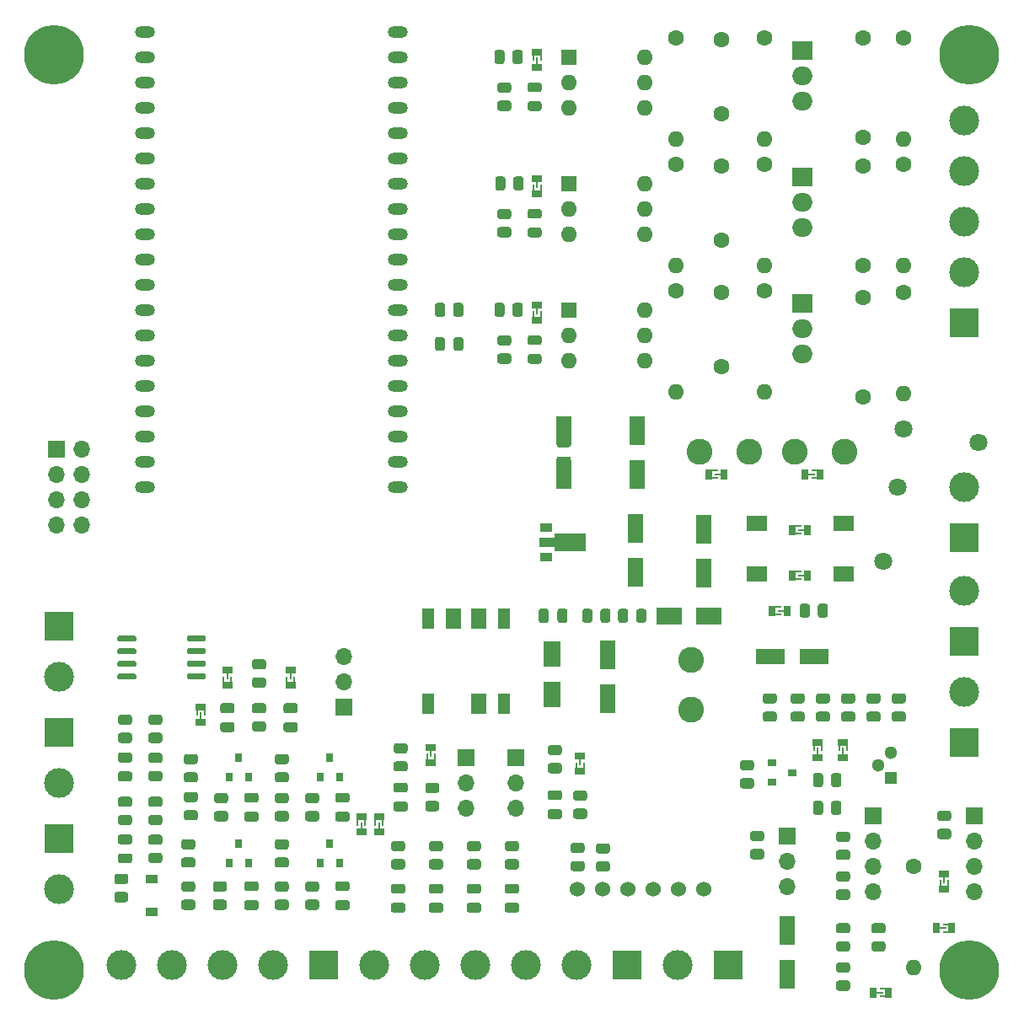
<source format=gts>
G04 #@! TF.GenerationSoftware,KiCad,Pcbnew,5.1.9-73d0e3b20d~88~ubuntu20.04.1*
G04 #@! TF.CreationDate,2021-03-10T20:51:34-03:00*
G04 #@! TF.ProjectId,std_board,7374645f-626f-4617-9264-2e6b69636164,rev?*
G04 #@! TF.SameCoordinates,Original*
G04 #@! TF.FileFunction,Soldermask,Top*
G04 #@! TF.FilePolarity,Negative*
%FSLAX46Y46*%
G04 Gerber Fmt 4.6, Leading zero omitted, Abs format (unit mm)*
G04 Created by KiCad (PCBNEW 5.1.9-73d0e3b20d~88~ubuntu20.04.1) date 2021-03-10 20:51:34*
%MOMM*%
%LPD*%
G01*
G04 APERTURE LIST*
%ADD10O,2.000000X1.200000*%
%ADD11O,1.600000X1.600000*%
%ADD12C,1.600000*%
%ADD13C,2.600000*%
%ADD14C,1.524000*%
%ADD15R,1.600200X2.999740*%
%ADD16R,1.600000X1.600000*%
%ADD17C,6.000000*%
%ADD18R,0.200000X1.000000*%
%ADD19R,0.254000X1.000000*%
%ADD20R,1.016000X0.762000*%
%ADD21C,1.800000*%
%ADD22O,1.700000X1.700000*%
%ADD23R,1.700000X1.700000*%
%ADD24C,0.100000*%
%ADD25R,1.300000X0.900000*%
%ADD26R,1.000000X0.200000*%
%ADD27R,1.000000X0.254000*%
%ADD28R,0.762000X1.016000*%
%ADD29R,1.200000X0.900000*%
%ADD30R,0.800000X0.900000*%
%ADD31O,2.000000X1.905000*%
%ADD32R,2.000000X1.905000*%
%ADD33R,1.300000X1.300000*%
%ADD34C,1.300000*%
%ADD35R,0.900000X0.800000*%
%ADD36R,2.000000X1.500000*%
%ADD37C,3.000000*%
%ADD38R,3.000000X3.000000*%
%ADD39R,2.999740X1.600200*%
%ADD40R,2.500000X1.800000*%
%ADD41R,1.800000X2.500000*%
%ADD42R,1.170000X2.000000*%
%ADD43R,1.520000X2.000000*%
G04 APERTURE END LIST*
D10*
X12700000Y-45720000D03*
X38100000Y-45720000D03*
X12700000Y-43180000D03*
X38100000Y-43180000D03*
X12700000Y-40640000D03*
X38100000Y-40640000D03*
X12700000Y-38100000D03*
X38100000Y-38100000D03*
X12700000Y-35560000D03*
X38100000Y-35560000D03*
X12700000Y-33020000D03*
X38100000Y-33020000D03*
X12700000Y-30480000D03*
X38100000Y-30480000D03*
X12700000Y-27940000D03*
X38100000Y-27940000D03*
X12700000Y-25400000D03*
X38100000Y-25400000D03*
X12700000Y-22860000D03*
X38100000Y-22860000D03*
X12700000Y-20320000D03*
X38100000Y-20320000D03*
X12700000Y-17780000D03*
X38100000Y-17780000D03*
X12700000Y-15240000D03*
X38100000Y-15240000D03*
X12700000Y-12700000D03*
X38100000Y-12700000D03*
X12700000Y-10160000D03*
X38100000Y-10160000D03*
X12700000Y-7620000D03*
X38100000Y-7620000D03*
X12700000Y-5080000D03*
X38100000Y-5080000D03*
X12700000Y-2540000D03*
X38100000Y-2540000D03*
X12700000Y0D03*
X38100000Y0D03*
D11*
X89916000Y-93980000D03*
D12*
X89916000Y-83820000D03*
G36*
G01*
X92513999Y-80077500D02*
X93414001Y-80077500D01*
G75*
G02*
X93664000Y-80327499I0J-249999D01*
G01*
X93664000Y-80852501D01*
G75*
G02*
X93414001Y-81102500I-249999J0D01*
G01*
X92513999Y-81102500D01*
G75*
G02*
X92264000Y-80852501I0J249999D01*
G01*
X92264000Y-80327499D01*
G75*
G02*
X92513999Y-80077500I249999J0D01*
G01*
G37*
G36*
G01*
X92513999Y-78252500D02*
X93414001Y-78252500D01*
G75*
G02*
X93664000Y-78502499I0J-249999D01*
G01*
X93664000Y-79027501D01*
G75*
G02*
X93414001Y-79277500I-249999J0D01*
G01*
X92513999Y-79277500D01*
G75*
G02*
X92264000Y-79027501I0J249999D01*
G01*
X92264000Y-78502499D01*
G75*
G02*
X92513999Y-78252500I249999J0D01*
G01*
G37*
D13*
X77978000Y-42164000D03*
X82978000Y-42164000D03*
D14*
X61976000Y-54610000D03*
X61976000Y-49530000D03*
D15*
X61976000Y-54269640D03*
X61976000Y-49870360D03*
D11*
X66040000Y-10795000D03*
D12*
X66040000Y-635000D03*
D11*
X62865000Y-2540000D03*
X55245000Y-7620000D03*
X62865000Y-5080000D03*
X55245000Y-5080000D03*
X62865000Y-7620000D03*
D16*
X55245000Y-2540000D03*
G36*
G01*
X16901000Y-61110000D02*
X16901000Y-60810000D01*
G75*
G02*
X17051000Y-60660000I150000J0D01*
G01*
X18651000Y-60660000D01*
G75*
G02*
X18801000Y-60810000I0J-150000D01*
G01*
X18801000Y-61110000D01*
G75*
G02*
X18651000Y-61260000I-150000J0D01*
G01*
X17051000Y-61260000D01*
G75*
G02*
X16901000Y-61110000I0J150000D01*
G01*
G37*
G36*
G01*
X16901000Y-62380000D02*
X16901000Y-62080000D01*
G75*
G02*
X17051000Y-61930000I150000J0D01*
G01*
X18651000Y-61930000D01*
G75*
G02*
X18801000Y-62080000I0J-150000D01*
G01*
X18801000Y-62380000D01*
G75*
G02*
X18651000Y-62530000I-150000J0D01*
G01*
X17051000Y-62530000D01*
G75*
G02*
X16901000Y-62380000I0J150000D01*
G01*
G37*
G36*
G01*
X16901000Y-63650000D02*
X16901000Y-63350000D01*
G75*
G02*
X17051000Y-63200000I150000J0D01*
G01*
X18651000Y-63200000D01*
G75*
G02*
X18801000Y-63350000I0J-150000D01*
G01*
X18801000Y-63650000D01*
G75*
G02*
X18651000Y-63800000I-150000J0D01*
G01*
X17051000Y-63800000D01*
G75*
G02*
X16901000Y-63650000I0J150000D01*
G01*
G37*
G36*
G01*
X16901000Y-64920000D02*
X16901000Y-64620000D01*
G75*
G02*
X17051000Y-64470000I150000J0D01*
G01*
X18651000Y-64470000D01*
G75*
G02*
X18801000Y-64620000I0J-150000D01*
G01*
X18801000Y-64920000D01*
G75*
G02*
X18651000Y-65070000I-150000J0D01*
G01*
X17051000Y-65070000D01*
G75*
G02*
X16901000Y-64920000I0J150000D01*
G01*
G37*
G36*
G01*
X9901000Y-64920000D02*
X9901000Y-64620000D01*
G75*
G02*
X10051000Y-64470000I150000J0D01*
G01*
X11651000Y-64470000D01*
G75*
G02*
X11801000Y-64620000I0J-150000D01*
G01*
X11801000Y-64920000D01*
G75*
G02*
X11651000Y-65070000I-150000J0D01*
G01*
X10051000Y-65070000D01*
G75*
G02*
X9901000Y-64920000I0J150000D01*
G01*
G37*
G36*
G01*
X9901000Y-63650000D02*
X9901000Y-63350000D01*
G75*
G02*
X10051000Y-63200000I150000J0D01*
G01*
X11651000Y-63200000D01*
G75*
G02*
X11801000Y-63350000I0J-150000D01*
G01*
X11801000Y-63650000D01*
G75*
G02*
X11651000Y-63800000I-150000J0D01*
G01*
X10051000Y-63800000D01*
G75*
G02*
X9901000Y-63650000I0J150000D01*
G01*
G37*
G36*
G01*
X9901000Y-62380000D02*
X9901000Y-62080000D01*
G75*
G02*
X10051000Y-61930000I150000J0D01*
G01*
X11651000Y-61930000D01*
G75*
G02*
X11801000Y-62080000I0J-150000D01*
G01*
X11801000Y-62380000D01*
G75*
G02*
X11651000Y-62530000I-150000J0D01*
G01*
X10051000Y-62530000D01*
G75*
G02*
X9901000Y-62380000I0J150000D01*
G01*
G37*
G36*
G01*
X9901000Y-61110000D02*
X9901000Y-60810000D01*
G75*
G02*
X10051000Y-60660000I150000J0D01*
G01*
X11651000Y-60660000D01*
G75*
G02*
X11801000Y-60810000I0J-150000D01*
G01*
X11801000Y-61110000D01*
G75*
G02*
X11651000Y-61260000I-150000J0D01*
G01*
X10051000Y-61260000D01*
G75*
G02*
X9901000Y-61110000I0J150000D01*
G01*
G37*
G36*
G01*
X49055000Y-87493500D02*
X50005000Y-87493500D01*
G75*
G02*
X50255000Y-87743500I0J-250000D01*
G01*
X50255000Y-88243500D01*
G75*
G02*
X50005000Y-88493500I-250000J0D01*
G01*
X49055000Y-88493500D01*
G75*
G02*
X48805000Y-88243500I0J250000D01*
G01*
X48805000Y-87743500D01*
G75*
G02*
X49055000Y-87493500I250000J0D01*
G01*
G37*
G36*
G01*
X49055000Y-85593500D02*
X50005000Y-85593500D01*
G75*
G02*
X50255000Y-85843500I0J-250000D01*
G01*
X50255000Y-86343500D01*
G75*
G02*
X50005000Y-86593500I-250000J0D01*
G01*
X49055000Y-86593500D01*
G75*
G02*
X48805000Y-86343500I0J250000D01*
G01*
X48805000Y-85843500D01*
G75*
G02*
X49055000Y-85593500I250000J0D01*
G01*
G37*
D11*
X88900000Y-23495000D03*
D12*
X88900000Y-13335000D03*
D11*
X88900000Y-36322000D03*
D12*
X88900000Y-26162000D03*
G36*
G01*
X51359750Y-6975500D02*
X52272250Y-6975500D01*
G75*
G02*
X52516000Y-7219250I0J-243750D01*
G01*
X52516000Y-7706750D01*
G75*
G02*
X52272250Y-7950500I-243750J0D01*
G01*
X51359750Y-7950500D01*
G75*
G02*
X51116000Y-7706750I0J243750D01*
G01*
X51116000Y-7219250D01*
G75*
G02*
X51359750Y-6975500I243750J0D01*
G01*
G37*
G36*
G01*
X51359750Y-5100500D02*
X52272250Y-5100500D01*
G75*
G02*
X52516000Y-5344250I0J-243750D01*
G01*
X52516000Y-5831750D01*
G75*
G02*
X52272250Y-6075500I-243750J0D01*
G01*
X51359750Y-6075500D01*
G75*
G02*
X51116000Y-5831750I0J243750D01*
G01*
X51116000Y-5344250D01*
G75*
G02*
X51359750Y-5100500I243750J0D01*
G01*
G37*
G36*
G01*
X86810001Y-90580500D02*
X85909999Y-90580500D01*
G75*
G02*
X85660000Y-90330501I0J249999D01*
G01*
X85660000Y-89805499D01*
G75*
G02*
X85909999Y-89555500I249999J0D01*
G01*
X86810001Y-89555500D01*
G75*
G02*
X87060000Y-89805499I0J-249999D01*
G01*
X87060000Y-90330501D01*
G75*
G02*
X86810001Y-90580500I-249999J0D01*
G01*
G37*
G36*
G01*
X86810001Y-92405500D02*
X85909999Y-92405500D01*
G75*
G02*
X85660000Y-92155501I0J249999D01*
G01*
X85660000Y-91630499D01*
G75*
G02*
X85909999Y-91380500I249999J0D01*
G01*
X86810001Y-91380500D01*
G75*
G02*
X87060000Y-91630499I0J-249999D01*
G01*
X87060000Y-92155501D01*
G75*
G02*
X86810001Y-92405500I-249999J0D01*
G01*
G37*
D17*
X3556000Y-94234000D03*
X3556000Y-2286000D03*
G36*
G01*
X41435000Y-87493500D02*
X42385000Y-87493500D01*
G75*
G02*
X42635000Y-87743500I0J-250000D01*
G01*
X42635000Y-88243500D01*
G75*
G02*
X42385000Y-88493500I-250000J0D01*
G01*
X41435000Y-88493500D01*
G75*
G02*
X41185000Y-88243500I0J250000D01*
G01*
X41185000Y-87743500D01*
G75*
G02*
X41435000Y-87493500I250000J0D01*
G01*
G37*
G36*
G01*
X41435000Y-85593500D02*
X42385000Y-85593500D01*
G75*
G02*
X42635000Y-85843500I0J-250000D01*
G01*
X42635000Y-86343500D01*
G75*
G02*
X42385000Y-86593500I-250000J0D01*
G01*
X41435000Y-86593500D01*
G75*
G02*
X41185000Y-86343500I0J250000D01*
G01*
X41185000Y-85843500D01*
G75*
G02*
X41435000Y-85593500I250000J0D01*
G01*
G37*
G36*
G01*
X45245000Y-87493500D02*
X46195000Y-87493500D01*
G75*
G02*
X46445000Y-87743500I0J-250000D01*
G01*
X46445000Y-88243500D01*
G75*
G02*
X46195000Y-88493500I-250000J0D01*
G01*
X45245000Y-88493500D01*
G75*
G02*
X44995000Y-88243500I0J250000D01*
G01*
X44995000Y-87743500D01*
G75*
G02*
X45245000Y-87493500I250000J0D01*
G01*
G37*
G36*
G01*
X45245000Y-85593500D02*
X46195000Y-85593500D01*
G75*
G02*
X46445000Y-85843500I0J-250000D01*
G01*
X46445000Y-86343500D01*
G75*
G02*
X46195000Y-86593500I-250000J0D01*
G01*
X45245000Y-86593500D01*
G75*
G02*
X44995000Y-86343500I0J250000D01*
G01*
X44995000Y-85843500D01*
G75*
G02*
X45245000Y-85593500I250000J0D01*
G01*
G37*
G36*
G01*
X32987000Y-86339500D02*
X32037000Y-86339500D01*
G75*
G02*
X31787000Y-86089500I0J250000D01*
G01*
X31787000Y-85589500D01*
G75*
G02*
X32037000Y-85339500I250000J0D01*
G01*
X32987000Y-85339500D01*
G75*
G02*
X33237000Y-85589500I0J-250000D01*
G01*
X33237000Y-86089500D01*
G75*
G02*
X32987000Y-86339500I-250000J0D01*
G01*
G37*
G36*
G01*
X32987000Y-88239500D02*
X32037000Y-88239500D01*
G75*
G02*
X31787000Y-87989500I0J250000D01*
G01*
X31787000Y-87489500D01*
G75*
G02*
X32037000Y-87239500I250000J0D01*
G01*
X32987000Y-87239500D01*
G75*
G02*
X33237000Y-87489500I0J-250000D01*
G01*
X33237000Y-87989500D01*
G75*
G02*
X32987000Y-88239500I-250000J0D01*
G01*
G37*
G36*
G01*
X26830000Y-69362500D02*
X27780000Y-69362500D01*
G75*
G02*
X28030000Y-69612500I0J-250000D01*
G01*
X28030000Y-70112500D01*
G75*
G02*
X27780000Y-70362500I-250000J0D01*
G01*
X26830000Y-70362500D01*
G75*
G02*
X26580000Y-70112500I0J250000D01*
G01*
X26580000Y-69612500D01*
G75*
G02*
X26830000Y-69362500I250000J0D01*
G01*
G37*
G36*
G01*
X26830000Y-67462500D02*
X27780000Y-67462500D01*
G75*
G02*
X28030000Y-67712500I0J-250000D01*
G01*
X28030000Y-68212500D01*
G75*
G02*
X27780000Y-68462500I-250000J0D01*
G01*
X26830000Y-68462500D01*
G75*
G02*
X26580000Y-68212500I0J250000D01*
G01*
X26580000Y-67712500D01*
G75*
G02*
X26830000Y-67462500I250000J0D01*
G01*
G37*
D18*
X52070000Y-3111500D03*
D19*
X52451000Y-2413000D03*
D20*
X52070000Y-2032000D03*
D19*
X51689000Y-2413000D03*
D20*
X52070000Y-3556000D03*
D18*
X52070000Y-27876500D03*
D19*
X51689000Y-28575000D03*
D20*
X52070000Y-28956000D03*
D19*
X52451000Y-28575000D03*
D20*
X52070000Y-27432000D03*
D18*
X52070000Y-15176500D03*
D19*
X51689000Y-15875000D03*
D20*
X52070000Y-16256000D03*
D19*
X52451000Y-15875000D03*
D20*
X52070000Y-14732000D03*
D18*
X41402000Y-72326500D03*
D19*
X41021000Y-73025000D03*
D20*
X41402000Y-73406000D03*
D19*
X41783000Y-73025000D03*
D20*
X41402000Y-71882000D03*
G36*
G01*
X49676000Y-15690001D02*
X49676000Y-14789999D01*
G75*
G02*
X49925999Y-14540000I249999J0D01*
G01*
X50451001Y-14540000D01*
G75*
G02*
X50701000Y-14789999I0J-249999D01*
G01*
X50701000Y-15690001D01*
G75*
G02*
X50451001Y-15940000I-249999J0D01*
G01*
X49925999Y-15940000D01*
G75*
G02*
X49676000Y-15690001I0J249999D01*
G01*
G37*
G36*
G01*
X47851000Y-15690001D02*
X47851000Y-14789999D01*
G75*
G02*
X48100999Y-14540000I249999J0D01*
G01*
X48626001Y-14540000D01*
G75*
G02*
X48876000Y-14789999I0J-249999D01*
G01*
X48876000Y-15690001D01*
G75*
G02*
X48626001Y-15940000I-249999J0D01*
G01*
X48100999Y-15940000D01*
G75*
G02*
X47851000Y-15690001I0J249999D01*
G01*
G37*
G36*
G01*
X16567999Y-82950000D02*
X17468001Y-82950000D01*
G75*
G02*
X17718000Y-83199999I0J-249999D01*
G01*
X17718000Y-83725001D01*
G75*
G02*
X17468001Y-83975000I-249999J0D01*
G01*
X16567999Y-83975000D01*
G75*
G02*
X16318000Y-83725001I0J249999D01*
G01*
X16318000Y-83199999D01*
G75*
G02*
X16567999Y-82950000I249999J0D01*
G01*
G37*
G36*
G01*
X16567999Y-81125000D02*
X17468001Y-81125000D01*
G75*
G02*
X17718000Y-81374999I0J-249999D01*
G01*
X17718000Y-81900001D01*
G75*
G02*
X17468001Y-82150000I-249999J0D01*
G01*
X16567999Y-82150000D01*
G75*
G02*
X16318000Y-81900001I0J249999D01*
G01*
X16318000Y-81374999D01*
G75*
G02*
X16567999Y-81125000I249999J0D01*
G01*
G37*
G36*
G01*
X16821999Y-74392500D02*
X17722001Y-74392500D01*
G75*
G02*
X17972000Y-74642499I0J-249999D01*
G01*
X17972000Y-75167501D01*
G75*
G02*
X17722001Y-75417500I-249999J0D01*
G01*
X16821999Y-75417500D01*
G75*
G02*
X16572000Y-75167501I0J249999D01*
G01*
X16572000Y-74642499D01*
G75*
G02*
X16821999Y-74392500I249999J0D01*
G01*
G37*
G36*
G01*
X16821999Y-72567500D02*
X17722001Y-72567500D01*
G75*
G02*
X17972000Y-72817499I0J-249999D01*
G01*
X17972000Y-73342501D01*
G75*
G02*
X17722001Y-73592500I-249999J0D01*
G01*
X16821999Y-73592500D01*
G75*
G02*
X16572000Y-73342501I0J249999D01*
G01*
X16572000Y-72817499D01*
G75*
G02*
X16821999Y-72567500I249999J0D01*
G01*
G37*
G36*
G01*
X20770001Y-77499500D02*
X19869999Y-77499500D01*
G75*
G02*
X19620000Y-77249501I0J249999D01*
G01*
X19620000Y-76724499D01*
G75*
G02*
X19869999Y-76474500I249999J0D01*
G01*
X20770001Y-76474500D01*
G75*
G02*
X21020000Y-76724499I0J-249999D01*
G01*
X21020000Y-77249501D01*
G75*
G02*
X20770001Y-77499500I-249999J0D01*
G01*
G37*
G36*
G01*
X20770001Y-79324500D02*
X19869999Y-79324500D01*
G75*
G02*
X19620000Y-79074501I0J249999D01*
G01*
X19620000Y-78549499D01*
G75*
G02*
X19869999Y-78299500I249999J0D01*
G01*
X20770001Y-78299500D01*
G75*
G02*
X21020000Y-78549499I0J-249999D01*
G01*
X21020000Y-79074501D01*
G75*
G02*
X20770001Y-79324500I-249999J0D01*
G01*
G37*
G36*
G01*
X20643001Y-86389500D02*
X19742999Y-86389500D01*
G75*
G02*
X19493000Y-86139501I0J249999D01*
G01*
X19493000Y-85614499D01*
G75*
G02*
X19742999Y-85364500I249999J0D01*
G01*
X20643001Y-85364500D01*
G75*
G02*
X20893000Y-85614499I0J-249999D01*
G01*
X20893000Y-86139501D01*
G75*
G02*
X20643001Y-86389500I-249999J0D01*
G01*
G37*
G36*
G01*
X20643001Y-88214500D02*
X19742999Y-88214500D01*
G75*
G02*
X19493000Y-87964501I0J249999D01*
G01*
X19493000Y-87439499D01*
G75*
G02*
X19742999Y-87189500I249999J0D01*
G01*
X20643001Y-87189500D01*
G75*
G02*
X20893000Y-87439499I0J-249999D01*
G01*
X20893000Y-87964501D01*
G75*
G02*
X20643001Y-88214500I-249999J0D01*
G01*
G37*
G36*
G01*
X17722001Y-77402500D02*
X16821999Y-77402500D01*
G75*
G02*
X16572000Y-77152501I0J249999D01*
G01*
X16572000Y-76627499D01*
G75*
G02*
X16821999Y-76377500I249999J0D01*
G01*
X17722001Y-76377500D01*
G75*
G02*
X17972000Y-76627499I0J-249999D01*
G01*
X17972000Y-77152501D01*
G75*
G02*
X17722001Y-77402500I-249999J0D01*
G01*
G37*
G36*
G01*
X17722001Y-79227500D02*
X16821999Y-79227500D01*
G75*
G02*
X16572000Y-78977501I0J249999D01*
G01*
X16572000Y-78452499D01*
G75*
G02*
X16821999Y-78202500I249999J0D01*
G01*
X17722001Y-78202500D01*
G75*
G02*
X17972000Y-78452499I0J-249999D01*
G01*
X17972000Y-78977501D01*
G75*
G02*
X17722001Y-79227500I-249999J0D01*
G01*
G37*
G36*
G01*
X26866001Y-82150000D02*
X25965999Y-82150000D01*
G75*
G02*
X25716000Y-81900001I0J249999D01*
G01*
X25716000Y-81374999D01*
G75*
G02*
X25965999Y-81125000I249999J0D01*
G01*
X26866001Y-81125000D01*
G75*
G02*
X27116000Y-81374999I0J-249999D01*
G01*
X27116000Y-81900001D01*
G75*
G02*
X26866001Y-82150000I-249999J0D01*
G01*
G37*
G36*
G01*
X26866001Y-83975000D02*
X25965999Y-83975000D01*
G75*
G02*
X25716000Y-83725001I0J249999D01*
G01*
X25716000Y-83199999D01*
G75*
G02*
X25965999Y-82950000I249999J0D01*
G01*
X26866001Y-82950000D01*
G75*
G02*
X27116000Y-83199999I0J-249999D01*
G01*
X27116000Y-83725001D01*
G75*
G02*
X26866001Y-83975000I-249999J0D01*
G01*
G37*
G36*
G01*
X26866001Y-73592500D02*
X25965999Y-73592500D01*
G75*
G02*
X25716000Y-73342501I0J249999D01*
G01*
X25716000Y-72817499D01*
G75*
G02*
X25965999Y-72567500I249999J0D01*
G01*
X26866001Y-72567500D01*
G75*
G02*
X27116000Y-72817499I0J-249999D01*
G01*
X27116000Y-73342501D01*
G75*
G02*
X26866001Y-73592500I-249999J0D01*
G01*
G37*
G36*
G01*
X26866001Y-75417500D02*
X25965999Y-75417500D01*
G75*
G02*
X25716000Y-75167501I0J249999D01*
G01*
X25716000Y-74642499D01*
G75*
G02*
X25965999Y-74392500I249999J0D01*
G01*
X26866001Y-74392500D01*
G75*
G02*
X27116000Y-74642499I0J-249999D01*
G01*
X27116000Y-75167501D01*
G75*
G02*
X26866001Y-75417500I-249999J0D01*
G01*
G37*
G36*
G01*
X37903999Y-73298000D02*
X38804001Y-73298000D01*
G75*
G02*
X39054000Y-73547999I0J-249999D01*
G01*
X39054000Y-74073001D01*
G75*
G02*
X38804001Y-74323000I-249999J0D01*
G01*
X37903999Y-74323000D01*
G75*
G02*
X37654000Y-74073001I0J249999D01*
G01*
X37654000Y-73547999D01*
G75*
G02*
X37903999Y-73298000I249999J0D01*
G01*
G37*
G36*
G01*
X37903999Y-71473000D02*
X38804001Y-71473000D01*
G75*
G02*
X39054000Y-71722999I0J-249999D01*
G01*
X39054000Y-72248001D01*
G75*
G02*
X38804001Y-72498000I-249999J0D01*
G01*
X37903999Y-72498000D01*
G75*
G02*
X37654000Y-72248001I0J249999D01*
G01*
X37654000Y-71722999D01*
G75*
G02*
X37903999Y-71473000I249999J0D01*
G01*
G37*
G36*
G01*
X26866001Y-86389500D02*
X25965999Y-86389500D01*
G75*
G02*
X25716000Y-86139501I0J249999D01*
G01*
X25716000Y-85614499D01*
G75*
G02*
X25965999Y-85364500I249999J0D01*
G01*
X26866001Y-85364500D01*
G75*
G02*
X27116000Y-85614499I0J-249999D01*
G01*
X27116000Y-86139501D01*
G75*
G02*
X26866001Y-86389500I-249999J0D01*
G01*
G37*
G36*
G01*
X26866001Y-88214500D02*
X25965999Y-88214500D01*
G75*
G02*
X25716000Y-87964501I0J249999D01*
G01*
X25716000Y-87439499D01*
G75*
G02*
X25965999Y-87189500I249999J0D01*
G01*
X26866001Y-87189500D01*
G75*
G02*
X27116000Y-87439499I0J-249999D01*
G01*
X27116000Y-87964501D01*
G75*
G02*
X26866001Y-88214500I-249999J0D01*
G01*
G37*
G36*
G01*
X29914001Y-77499500D02*
X29013999Y-77499500D01*
G75*
G02*
X28764000Y-77249501I0J249999D01*
G01*
X28764000Y-76724499D01*
G75*
G02*
X29013999Y-76474500I249999J0D01*
G01*
X29914001Y-76474500D01*
G75*
G02*
X30164000Y-76724499I0J-249999D01*
G01*
X30164000Y-77249501D01*
G75*
G02*
X29914001Y-77499500I-249999J0D01*
G01*
G37*
G36*
G01*
X29914001Y-79324500D02*
X29013999Y-79324500D01*
G75*
G02*
X28764000Y-79074501I0J249999D01*
G01*
X28764000Y-78549499D01*
G75*
G02*
X29013999Y-78299500I249999J0D01*
G01*
X29914001Y-78299500D01*
G75*
G02*
X30164000Y-78549499I0J-249999D01*
G01*
X30164000Y-79074501D01*
G75*
G02*
X29914001Y-79324500I-249999J0D01*
G01*
G37*
G36*
G01*
X29914001Y-86389500D02*
X29013999Y-86389500D01*
G75*
G02*
X28764000Y-86139501I0J249999D01*
G01*
X28764000Y-85614499D01*
G75*
G02*
X29013999Y-85364500I249999J0D01*
G01*
X29914001Y-85364500D01*
G75*
G02*
X30164000Y-85614499I0J-249999D01*
G01*
X30164000Y-86139501D01*
G75*
G02*
X29914001Y-86389500I-249999J0D01*
G01*
G37*
G36*
G01*
X29914001Y-88214500D02*
X29013999Y-88214500D01*
G75*
G02*
X28764000Y-87964501I0J249999D01*
G01*
X28764000Y-87439499D01*
G75*
G02*
X29013999Y-87189500I249999J0D01*
G01*
X29914001Y-87189500D01*
G75*
G02*
X30164000Y-87439499I0J-249999D01*
G01*
X30164000Y-87964501D01*
G75*
G02*
X29914001Y-88214500I-249999J0D01*
G01*
G37*
G36*
G01*
X26866001Y-77499500D02*
X25965999Y-77499500D01*
G75*
G02*
X25716000Y-77249501I0J249999D01*
G01*
X25716000Y-76724499D01*
G75*
G02*
X25965999Y-76474500I249999J0D01*
G01*
X26866001Y-76474500D01*
G75*
G02*
X27116000Y-76724499I0J-249999D01*
G01*
X27116000Y-77249501D01*
G75*
G02*
X26866001Y-77499500I-249999J0D01*
G01*
G37*
G36*
G01*
X26866001Y-79324500D02*
X25965999Y-79324500D01*
G75*
G02*
X25716000Y-79074501I0J249999D01*
G01*
X25716000Y-78549499D01*
G75*
G02*
X25965999Y-78299500I249999J0D01*
G01*
X26866001Y-78299500D01*
G75*
G02*
X27116000Y-78549499I0J-249999D01*
G01*
X27116000Y-79074501D01*
G75*
G02*
X26866001Y-79324500I-249999J0D01*
G01*
G37*
G36*
G01*
X41078999Y-77283500D02*
X41979001Y-77283500D01*
G75*
G02*
X42229000Y-77533499I0J-249999D01*
G01*
X42229000Y-78058501D01*
G75*
G02*
X41979001Y-78308500I-249999J0D01*
G01*
X41078999Y-78308500D01*
G75*
G02*
X40829000Y-78058501I0J249999D01*
G01*
X40829000Y-77533499D01*
G75*
G02*
X41078999Y-77283500I249999J0D01*
G01*
G37*
G36*
G01*
X41078999Y-75458500D02*
X41979001Y-75458500D01*
G75*
G02*
X42229000Y-75708499I0J-249999D01*
G01*
X42229000Y-76233501D01*
G75*
G02*
X41979001Y-76483500I-249999J0D01*
G01*
X41078999Y-76483500D01*
G75*
G02*
X40829000Y-76233501I0J249999D01*
G01*
X40829000Y-75708499D01*
G75*
G02*
X41078999Y-75458500I249999J0D01*
G01*
G37*
G36*
G01*
X10217999Y-78680500D02*
X11118001Y-78680500D01*
G75*
G02*
X11368000Y-78930499I0J-249999D01*
G01*
X11368000Y-79455501D01*
G75*
G02*
X11118001Y-79705500I-249999J0D01*
G01*
X10217999Y-79705500D01*
G75*
G02*
X9968000Y-79455501I0J249999D01*
G01*
X9968000Y-78930499D01*
G75*
G02*
X10217999Y-78680500I249999J0D01*
G01*
G37*
G36*
G01*
X10217999Y-76855500D02*
X11118001Y-76855500D01*
G75*
G02*
X11368000Y-77105499I0J-249999D01*
G01*
X11368000Y-77630501D01*
G75*
G02*
X11118001Y-77880500I-249999J0D01*
G01*
X10217999Y-77880500D01*
G75*
G02*
X9968000Y-77630501I0J249999D01*
G01*
X9968000Y-77105499D01*
G75*
G02*
X10217999Y-76855500I249999J0D01*
G01*
G37*
D21*
X96400000Y-41278000D03*
X88900000Y-39878000D03*
X88265000Y-45720000D03*
X86865000Y-53220000D03*
D11*
X62865000Y-27940000D03*
X55245000Y-33020000D03*
X62865000Y-30480000D03*
X55245000Y-30480000D03*
X62865000Y-33020000D03*
D16*
X55245000Y-27940000D03*
D11*
X62865000Y-15240000D03*
X55245000Y-20320000D03*
X62865000Y-17780000D03*
X55245000Y-17780000D03*
X62865000Y-20320000D03*
D16*
X55245000Y-15240000D03*
G36*
G01*
X45269999Y-83125500D02*
X46170001Y-83125500D01*
G75*
G02*
X46420000Y-83375499I0J-249999D01*
G01*
X46420000Y-83900501D01*
G75*
G02*
X46170001Y-84150500I-249999J0D01*
G01*
X45269999Y-84150500D01*
G75*
G02*
X45020000Y-83900501I0J249999D01*
G01*
X45020000Y-83375499D01*
G75*
G02*
X45269999Y-83125500I249999J0D01*
G01*
G37*
G36*
G01*
X45269999Y-81300500D02*
X46170001Y-81300500D01*
G75*
G02*
X46420000Y-81550499I0J-249999D01*
G01*
X46420000Y-82075501D01*
G75*
G02*
X46170001Y-82325500I-249999J0D01*
G01*
X45269999Y-82325500D01*
G75*
G02*
X45020000Y-82075501I0J249999D01*
G01*
X45020000Y-81550499D01*
G75*
G02*
X45269999Y-81300500I249999J0D01*
G01*
G37*
G36*
G01*
X51359750Y-19675500D02*
X52272250Y-19675500D01*
G75*
G02*
X52516000Y-19919250I0J-243750D01*
G01*
X52516000Y-20406750D01*
G75*
G02*
X52272250Y-20650500I-243750J0D01*
G01*
X51359750Y-20650500D01*
G75*
G02*
X51116000Y-20406750I0J243750D01*
G01*
X51116000Y-19919250D01*
G75*
G02*
X51359750Y-19675500I243750J0D01*
G01*
G37*
G36*
G01*
X51359750Y-17800500D02*
X52272250Y-17800500D01*
G75*
G02*
X52516000Y-18044250I0J-243750D01*
G01*
X52516000Y-18531750D01*
G75*
G02*
X52272250Y-18775500I-243750J0D01*
G01*
X51359750Y-18775500D01*
G75*
G02*
X51116000Y-18531750I0J243750D01*
G01*
X51116000Y-18044250D01*
G75*
G02*
X51359750Y-17800500I243750J0D01*
G01*
G37*
G36*
G01*
X42778500Y-30912750D02*
X42778500Y-31825250D01*
G75*
G02*
X42534750Y-32069000I-243750J0D01*
G01*
X42047250Y-32069000D01*
G75*
G02*
X41803500Y-31825250I0J243750D01*
G01*
X41803500Y-30912750D01*
G75*
G02*
X42047250Y-30669000I243750J0D01*
G01*
X42534750Y-30669000D01*
G75*
G02*
X42778500Y-30912750I0J-243750D01*
G01*
G37*
G36*
G01*
X44653500Y-30912750D02*
X44653500Y-31825250D01*
G75*
G02*
X44409750Y-32069000I-243750J0D01*
G01*
X43922250Y-32069000D01*
G75*
G02*
X43678500Y-31825250I0J243750D01*
G01*
X43678500Y-30912750D01*
G75*
G02*
X43922250Y-30669000I243750J0D01*
G01*
X44409750Y-30669000D01*
G75*
G02*
X44653500Y-30912750I0J-243750D01*
G01*
G37*
G36*
G01*
X13265999Y-82490500D02*
X14166001Y-82490500D01*
G75*
G02*
X14416000Y-82740499I0J-249999D01*
G01*
X14416000Y-83265501D01*
G75*
G02*
X14166001Y-83515500I-249999J0D01*
G01*
X13265999Y-83515500D01*
G75*
G02*
X13016000Y-83265501I0J249999D01*
G01*
X13016000Y-82740499D01*
G75*
G02*
X13265999Y-82490500I249999J0D01*
G01*
G37*
G36*
G01*
X13265999Y-80665500D02*
X14166001Y-80665500D01*
G75*
G02*
X14416000Y-80915499I0J-249999D01*
G01*
X14416000Y-81440501D01*
G75*
G02*
X14166001Y-81690500I-249999J0D01*
G01*
X13265999Y-81690500D01*
G75*
G02*
X13016000Y-81440501I0J249999D01*
G01*
X13016000Y-80915499D01*
G75*
G02*
X13265999Y-80665500I249999J0D01*
G01*
G37*
G36*
G01*
X23843000Y-86339500D02*
X22893000Y-86339500D01*
G75*
G02*
X22643000Y-86089500I0J250000D01*
G01*
X22643000Y-85589500D01*
G75*
G02*
X22893000Y-85339500I250000J0D01*
G01*
X23843000Y-85339500D01*
G75*
G02*
X24093000Y-85589500I0J-250000D01*
G01*
X24093000Y-86089500D01*
G75*
G02*
X23843000Y-86339500I-250000J0D01*
G01*
G37*
G36*
G01*
X23843000Y-88239500D02*
X22893000Y-88239500D01*
G75*
G02*
X22643000Y-87989500I0J250000D01*
G01*
X22643000Y-87489500D01*
G75*
G02*
X22893000Y-87239500I250000J0D01*
G01*
X23843000Y-87239500D01*
G75*
G02*
X24093000Y-87489500I0J-250000D01*
G01*
X24093000Y-87989500D01*
G75*
G02*
X23843000Y-88239500I-250000J0D01*
G01*
G37*
G36*
G01*
X20480000Y-69362500D02*
X21430000Y-69362500D01*
G75*
G02*
X21680000Y-69612500I0J-250000D01*
G01*
X21680000Y-70112500D01*
G75*
G02*
X21430000Y-70362500I-250000J0D01*
G01*
X20480000Y-70362500D01*
G75*
G02*
X20230000Y-70112500I0J250000D01*
G01*
X20230000Y-69612500D01*
G75*
G02*
X20480000Y-69362500I250000J0D01*
G01*
G37*
G36*
G01*
X20480000Y-67462500D02*
X21430000Y-67462500D01*
G75*
G02*
X21680000Y-67712500I0J-250000D01*
G01*
X21680000Y-68212500D01*
G75*
G02*
X21430000Y-68462500I-250000J0D01*
G01*
X20480000Y-68462500D01*
G75*
G02*
X20230000Y-68212500I0J250000D01*
G01*
X20230000Y-67712500D01*
G75*
G02*
X20480000Y-67462500I250000J0D01*
G01*
G37*
G36*
G01*
X49597500Y-28390001D02*
X49597500Y-27489999D01*
G75*
G02*
X49847499Y-27240000I249999J0D01*
G01*
X50372501Y-27240000D01*
G75*
G02*
X50622500Y-27489999I0J-249999D01*
G01*
X50622500Y-28390001D01*
G75*
G02*
X50372501Y-28640000I-249999J0D01*
G01*
X49847499Y-28640000D01*
G75*
G02*
X49597500Y-28390001I0J249999D01*
G01*
G37*
G36*
G01*
X47772500Y-28390001D02*
X47772500Y-27489999D01*
G75*
G02*
X48022499Y-27240000I249999J0D01*
G01*
X48547501Y-27240000D01*
G75*
G02*
X48797500Y-27489999I0J-249999D01*
G01*
X48797500Y-28390001D01*
G75*
G02*
X48547501Y-28640000I-249999J0D01*
G01*
X48022499Y-28640000D01*
G75*
G02*
X47772500Y-28390001I0J249999D01*
G01*
G37*
G36*
G01*
X41459999Y-83125500D02*
X42360001Y-83125500D01*
G75*
G02*
X42610000Y-83375499I0J-249999D01*
G01*
X42610000Y-83900501D01*
G75*
G02*
X42360001Y-84150500I-249999J0D01*
G01*
X41459999Y-84150500D01*
G75*
G02*
X41210000Y-83900501I0J249999D01*
G01*
X41210000Y-83375499D01*
G75*
G02*
X41459999Y-83125500I249999J0D01*
G01*
G37*
G36*
G01*
X41459999Y-81300500D02*
X42360001Y-81300500D01*
G75*
G02*
X42610000Y-81550499I0J-249999D01*
G01*
X42610000Y-82075501D01*
G75*
G02*
X42360001Y-82325500I-249999J0D01*
G01*
X41459999Y-82325500D01*
G75*
G02*
X41210000Y-82075501I0J249999D01*
G01*
X41210000Y-81550499D01*
G75*
G02*
X41459999Y-81300500I249999J0D01*
G01*
G37*
G36*
G01*
X10217999Y-70425500D02*
X11118001Y-70425500D01*
G75*
G02*
X11368000Y-70675499I0J-249999D01*
G01*
X11368000Y-71200501D01*
G75*
G02*
X11118001Y-71450500I-249999J0D01*
G01*
X10217999Y-71450500D01*
G75*
G02*
X9968000Y-71200501I0J249999D01*
G01*
X9968000Y-70675499D01*
G75*
G02*
X10217999Y-70425500I249999J0D01*
G01*
G37*
G36*
G01*
X10217999Y-68600500D02*
X11118001Y-68600500D01*
G75*
G02*
X11368000Y-68850499I0J-249999D01*
G01*
X11368000Y-69375501D01*
G75*
G02*
X11118001Y-69625500I-249999J0D01*
G01*
X10217999Y-69625500D01*
G75*
G02*
X9968000Y-69375501I0J249999D01*
G01*
X9968000Y-68850499D01*
G75*
G02*
X10217999Y-68600500I249999J0D01*
G01*
G37*
G36*
G01*
X13265999Y-70425500D02*
X14166001Y-70425500D01*
G75*
G02*
X14416000Y-70675499I0J-249999D01*
G01*
X14416000Y-71200501D01*
G75*
G02*
X14166001Y-71450500I-249999J0D01*
G01*
X13265999Y-71450500D01*
G75*
G02*
X13016000Y-71200501I0J249999D01*
G01*
X13016000Y-70675499D01*
G75*
G02*
X13265999Y-70425500I249999J0D01*
G01*
G37*
G36*
G01*
X13265999Y-68600500D02*
X14166001Y-68600500D01*
G75*
G02*
X14416000Y-68850499I0J-249999D01*
G01*
X14416000Y-69375501D01*
G75*
G02*
X14166001Y-69625500I-249999J0D01*
G01*
X13265999Y-69625500D01*
G75*
G02*
X13016000Y-69375501I0J249999D01*
G01*
X13016000Y-68850499D01*
G75*
G02*
X13265999Y-68600500I249999J0D01*
G01*
G37*
G36*
G01*
X23679999Y-69282500D02*
X24580001Y-69282500D01*
G75*
G02*
X24830000Y-69532499I0J-249999D01*
G01*
X24830000Y-70057501D01*
G75*
G02*
X24580001Y-70307500I-249999J0D01*
G01*
X23679999Y-70307500D01*
G75*
G02*
X23430000Y-70057501I0J249999D01*
G01*
X23430000Y-69532499D01*
G75*
G02*
X23679999Y-69282500I249999J0D01*
G01*
G37*
G36*
G01*
X23679999Y-67457500D02*
X24580001Y-67457500D01*
G75*
G02*
X24830000Y-67707499I0J-249999D01*
G01*
X24830000Y-68232501D01*
G75*
G02*
X24580001Y-68482500I-249999J0D01*
G01*
X23679999Y-68482500D01*
G75*
G02*
X23430000Y-68232501I0J249999D01*
G01*
X23430000Y-67707499D01*
G75*
G02*
X23679999Y-67457500I249999J0D01*
G01*
G37*
G36*
G01*
X37625000Y-87493500D02*
X38575000Y-87493500D01*
G75*
G02*
X38825000Y-87743500I0J-250000D01*
G01*
X38825000Y-88243500D01*
G75*
G02*
X38575000Y-88493500I-250000J0D01*
G01*
X37625000Y-88493500D01*
G75*
G02*
X37375000Y-88243500I0J250000D01*
G01*
X37375000Y-87743500D01*
G75*
G02*
X37625000Y-87493500I250000J0D01*
G01*
G37*
G36*
G01*
X37625000Y-85593500D02*
X38575000Y-85593500D01*
G75*
G02*
X38825000Y-85843500I0J-250000D01*
G01*
X38825000Y-86343500D01*
G75*
G02*
X38575000Y-86593500I-250000J0D01*
G01*
X37625000Y-86593500D01*
G75*
G02*
X37375000Y-86343500I0J250000D01*
G01*
X37375000Y-85843500D01*
G75*
G02*
X37625000Y-85593500I250000J0D01*
G01*
G37*
G36*
G01*
X23843000Y-77449500D02*
X22893000Y-77449500D01*
G75*
G02*
X22643000Y-77199500I0J250000D01*
G01*
X22643000Y-76699500D01*
G75*
G02*
X22893000Y-76449500I250000J0D01*
G01*
X23843000Y-76449500D01*
G75*
G02*
X24093000Y-76699500I0J-250000D01*
G01*
X24093000Y-77199500D01*
G75*
G02*
X23843000Y-77449500I-250000J0D01*
G01*
G37*
G36*
G01*
X23843000Y-79349500D02*
X22893000Y-79349500D01*
G75*
G02*
X22643000Y-79099500I0J250000D01*
G01*
X22643000Y-78599500D01*
G75*
G02*
X22893000Y-78349500I250000J0D01*
G01*
X23843000Y-78349500D01*
G75*
G02*
X24093000Y-78599500I0J-250000D01*
G01*
X24093000Y-79099500D01*
G75*
G02*
X23843000Y-79349500I-250000J0D01*
G01*
G37*
G36*
G01*
X32987000Y-77449500D02*
X32037000Y-77449500D01*
G75*
G02*
X31787000Y-77199500I0J250000D01*
G01*
X31787000Y-76699500D01*
G75*
G02*
X32037000Y-76449500I250000J0D01*
G01*
X32987000Y-76449500D01*
G75*
G02*
X33237000Y-76699500I0J-250000D01*
G01*
X33237000Y-77199500D01*
G75*
G02*
X32987000Y-77449500I-250000J0D01*
G01*
G37*
G36*
G01*
X32987000Y-79349500D02*
X32037000Y-79349500D01*
G75*
G02*
X31787000Y-79099500I0J250000D01*
G01*
X31787000Y-78599500D01*
G75*
G02*
X32037000Y-78349500I250000J0D01*
G01*
X32987000Y-78349500D01*
G75*
G02*
X33237000Y-78599500I0J-250000D01*
G01*
X33237000Y-79099500D01*
G75*
G02*
X32987000Y-79349500I-250000J0D01*
G01*
G37*
G36*
G01*
X37879000Y-77333500D02*
X38829000Y-77333500D01*
G75*
G02*
X39079000Y-77583500I0J-250000D01*
G01*
X39079000Y-78083500D01*
G75*
G02*
X38829000Y-78333500I-250000J0D01*
G01*
X37879000Y-78333500D01*
G75*
G02*
X37629000Y-78083500I0J250000D01*
G01*
X37629000Y-77583500D01*
G75*
G02*
X37879000Y-77333500I250000J0D01*
G01*
G37*
G36*
G01*
X37879000Y-75433500D02*
X38829000Y-75433500D01*
G75*
G02*
X39079000Y-75683500I0J-250000D01*
G01*
X39079000Y-76183500D01*
G75*
G02*
X38829000Y-76433500I-250000J0D01*
G01*
X37879000Y-76433500D01*
G75*
G02*
X37629000Y-76183500I0J250000D01*
G01*
X37629000Y-75683500D01*
G75*
G02*
X37879000Y-75433500I250000J0D01*
G01*
G37*
G36*
G01*
X51359750Y-32375500D02*
X52272250Y-32375500D01*
G75*
G02*
X52516000Y-32619250I0J-243750D01*
G01*
X52516000Y-33106750D01*
G75*
G02*
X52272250Y-33350500I-243750J0D01*
G01*
X51359750Y-33350500D01*
G75*
G02*
X51116000Y-33106750I0J243750D01*
G01*
X51116000Y-32619250D01*
G75*
G02*
X51359750Y-32375500I243750J0D01*
G01*
G37*
G36*
G01*
X51359750Y-30500500D02*
X52272250Y-30500500D01*
G75*
G02*
X52516000Y-30744250I0J-243750D01*
G01*
X52516000Y-31231750D01*
G75*
G02*
X52272250Y-31475500I-243750J0D01*
G01*
X51359750Y-31475500D01*
G75*
G02*
X51116000Y-31231750I0J243750D01*
G01*
X51116000Y-30744250D01*
G75*
G02*
X51359750Y-30500500I243750J0D01*
G01*
G37*
G36*
G01*
X49597500Y-2990001D02*
X49597500Y-2089999D01*
G75*
G02*
X49847499Y-1840000I249999J0D01*
G01*
X50372501Y-1840000D01*
G75*
G02*
X50622500Y-2089999I0J-249999D01*
G01*
X50622500Y-2990001D01*
G75*
G02*
X50372501Y-3240000I-249999J0D01*
G01*
X49847499Y-3240000D01*
G75*
G02*
X49597500Y-2990001I0J249999D01*
G01*
G37*
G36*
G01*
X47772500Y-2990001D02*
X47772500Y-2089999D01*
G75*
G02*
X48022499Y-1840000I249999J0D01*
G01*
X48547501Y-1840000D01*
G75*
G02*
X48797500Y-2089999I0J-249999D01*
G01*
X48797500Y-2990001D01*
G75*
G02*
X48547501Y-3240000I-249999J0D01*
G01*
X48022499Y-3240000D01*
G75*
G02*
X47772500Y-2990001I0J249999D01*
G01*
G37*
G36*
G01*
X48317999Y-32325500D02*
X49218001Y-32325500D01*
G75*
G02*
X49468000Y-32575499I0J-249999D01*
G01*
X49468000Y-33100501D01*
G75*
G02*
X49218001Y-33350500I-249999J0D01*
G01*
X48317999Y-33350500D01*
G75*
G02*
X48068000Y-33100501I0J249999D01*
G01*
X48068000Y-32575499D01*
G75*
G02*
X48317999Y-32325500I249999J0D01*
G01*
G37*
G36*
G01*
X48317999Y-30500500D02*
X49218001Y-30500500D01*
G75*
G02*
X49468000Y-30750499I0J-249999D01*
G01*
X49468000Y-31275501D01*
G75*
G02*
X49218001Y-31525500I-249999J0D01*
G01*
X48317999Y-31525500D01*
G75*
G02*
X48068000Y-31275501I0J249999D01*
G01*
X48068000Y-30750499D01*
G75*
G02*
X48317999Y-30500500I249999J0D01*
G01*
G37*
G36*
G01*
X48317999Y-19625500D02*
X49218001Y-19625500D01*
G75*
G02*
X49468000Y-19875499I0J-249999D01*
G01*
X49468000Y-20400501D01*
G75*
G02*
X49218001Y-20650500I-249999J0D01*
G01*
X48317999Y-20650500D01*
G75*
G02*
X48068000Y-20400501I0J249999D01*
G01*
X48068000Y-19875499D01*
G75*
G02*
X48317999Y-19625500I249999J0D01*
G01*
G37*
G36*
G01*
X48317999Y-17800500D02*
X49218001Y-17800500D01*
G75*
G02*
X49468000Y-18050499I0J-249999D01*
G01*
X49468000Y-18575501D01*
G75*
G02*
X49218001Y-18825500I-249999J0D01*
G01*
X48317999Y-18825500D01*
G75*
G02*
X48068000Y-18575501I0J249999D01*
G01*
X48068000Y-18050499D01*
G75*
G02*
X48317999Y-17800500I249999J0D01*
G01*
G37*
G36*
G01*
X37649999Y-83125500D02*
X38550001Y-83125500D01*
G75*
G02*
X38800000Y-83375499I0J-249999D01*
G01*
X38800000Y-83900501D01*
G75*
G02*
X38550001Y-84150500I-249999J0D01*
G01*
X37649999Y-84150500D01*
G75*
G02*
X37400000Y-83900501I0J249999D01*
G01*
X37400000Y-83375499D01*
G75*
G02*
X37649999Y-83125500I249999J0D01*
G01*
G37*
G36*
G01*
X37649999Y-81300500D02*
X38550001Y-81300500D01*
G75*
G02*
X38800000Y-81550499I0J-249999D01*
G01*
X38800000Y-82075501D01*
G75*
G02*
X38550001Y-82325500I-249999J0D01*
G01*
X37649999Y-82325500D01*
G75*
G02*
X37400000Y-82075501I0J249999D01*
G01*
X37400000Y-81550499D01*
G75*
G02*
X37649999Y-81300500I249999J0D01*
G01*
G37*
G36*
G01*
X49079999Y-83125500D02*
X49980001Y-83125500D01*
G75*
G02*
X50230000Y-83375499I0J-249999D01*
G01*
X50230000Y-83900501D01*
G75*
G02*
X49980001Y-84150500I-249999J0D01*
G01*
X49079999Y-84150500D01*
G75*
G02*
X48830000Y-83900501I0J249999D01*
G01*
X48830000Y-83375499D01*
G75*
G02*
X49079999Y-83125500I249999J0D01*
G01*
G37*
G36*
G01*
X49079999Y-81300500D02*
X49980001Y-81300500D01*
G75*
G02*
X50230000Y-81550499I0J-249999D01*
G01*
X50230000Y-82075501D01*
G75*
G02*
X49980001Y-82325500I-249999J0D01*
G01*
X49079999Y-82325500D01*
G75*
G02*
X48830000Y-82075501I0J249999D01*
G01*
X48830000Y-81550499D01*
G75*
G02*
X49079999Y-81300500I249999J0D01*
G01*
G37*
G36*
G01*
X17468001Y-86389500D02*
X16567999Y-86389500D01*
G75*
G02*
X16318000Y-86139501I0J249999D01*
G01*
X16318000Y-85614499D01*
G75*
G02*
X16567999Y-85364500I249999J0D01*
G01*
X17468001Y-85364500D01*
G75*
G02*
X17718000Y-85614499I0J-249999D01*
G01*
X17718000Y-86139501D01*
G75*
G02*
X17468001Y-86389500I-249999J0D01*
G01*
G37*
G36*
G01*
X17468001Y-88214500D02*
X16567999Y-88214500D01*
G75*
G02*
X16318000Y-87964501I0J249999D01*
G01*
X16318000Y-87439499D01*
G75*
G02*
X16567999Y-87189500I249999J0D01*
G01*
X17468001Y-87189500D01*
G75*
G02*
X17718000Y-87439499I0J-249999D01*
G01*
X17718000Y-87964501D01*
G75*
G02*
X17468001Y-88214500I-249999J0D01*
G01*
G37*
G36*
G01*
X13265999Y-78680500D02*
X14166001Y-78680500D01*
G75*
G02*
X14416000Y-78930499I0J-249999D01*
G01*
X14416000Y-79455501D01*
G75*
G02*
X14166001Y-79705500I-249999J0D01*
G01*
X13265999Y-79705500D01*
G75*
G02*
X13016000Y-79455501I0J249999D01*
G01*
X13016000Y-78930499D01*
G75*
G02*
X13265999Y-78680500I249999J0D01*
G01*
G37*
G36*
G01*
X13265999Y-76855500D02*
X14166001Y-76855500D01*
G75*
G02*
X14416000Y-77105499I0J-249999D01*
G01*
X14416000Y-77630501D01*
G75*
G02*
X14166001Y-77880500I-249999J0D01*
G01*
X13265999Y-77880500D01*
G75*
G02*
X13016000Y-77630501I0J249999D01*
G01*
X13016000Y-77105499D01*
G75*
G02*
X13265999Y-76855500I249999J0D01*
G01*
G37*
G36*
G01*
X43628500Y-28390001D02*
X43628500Y-27489999D01*
G75*
G02*
X43878499Y-27240000I249999J0D01*
G01*
X44403501Y-27240000D01*
G75*
G02*
X44653500Y-27489999I0J-249999D01*
G01*
X44653500Y-28390001D01*
G75*
G02*
X44403501Y-28640000I-249999J0D01*
G01*
X43878499Y-28640000D01*
G75*
G02*
X43628500Y-28390001I0J249999D01*
G01*
G37*
G36*
G01*
X41803500Y-28390001D02*
X41803500Y-27489999D01*
G75*
G02*
X42053499Y-27240000I249999J0D01*
G01*
X42578501Y-27240000D01*
G75*
G02*
X42828500Y-27489999I0J-249999D01*
G01*
X42828500Y-28390001D01*
G75*
G02*
X42578501Y-28640000I-249999J0D01*
G01*
X42053499Y-28640000D01*
G75*
G02*
X41803500Y-28390001I0J249999D01*
G01*
G37*
G36*
G01*
X13265999Y-74265500D02*
X14166001Y-74265500D01*
G75*
G02*
X14416000Y-74515499I0J-249999D01*
G01*
X14416000Y-75040501D01*
G75*
G02*
X14166001Y-75290500I-249999J0D01*
G01*
X13265999Y-75290500D01*
G75*
G02*
X13016000Y-75040501I0J249999D01*
G01*
X13016000Y-74515499D01*
G75*
G02*
X13265999Y-74265500I249999J0D01*
G01*
G37*
G36*
G01*
X13265999Y-72440500D02*
X14166001Y-72440500D01*
G75*
G02*
X14416000Y-72690499I0J-249999D01*
G01*
X14416000Y-73215501D01*
G75*
G02*
X14166001Y-73465500I-249999J0D01*
G01*
X13265999Y-73465500D01*
G75*
G02*
X13016000Y-73215501I0J249999D01*
G01*
X13016000Y-72690499D01*
G75*
G02*
X13265999Y-72440500I249999J0D01*
G01*
G37*
G36*
G01*
X10193000Y-82540500D02*
X11143000Y-82540500D01*
G75*
G02*
X11393000Y-82790500I0J-250000D01*
G01*
X11393000Y-83290500D01*
G75*
G02*
X11143000Y-83540500I-250000J0D01*
G01*
X10193000Y-83540500D01*
G75*
G02*
X9943000Y-83290500I0J250000D01*
G01*
X9943000Y-82790500D01*
G75*
G02*
X10193000Y-82540500I250000J0D01*
G01*
G37*
G36*
G01*
X10193000Y-80640500D02*
X11143000Y-80640500D01*
G75*
G02*
X11393000Y-80890500I0J-250000D01*
G01*
X11393000Y-81390500D01*
G75*
G02*
X11143000Y-81640500I-250000J0D01*
G01*
X10193000Y-81640500D01*
G75*
G02*
X9943000Y-81390500I0J250000D01*
G01*
X9943000Y-80890500D01*
G75*
G02*
X10193000Y-80640500I250000J0D01*
G01*
G37*
D18*
X92964000Y-85026500D03*
D19*
X92583000Y-85725000D03*
D20*
X92964000Y-86106000D03*
D19*
X93345000Y-85725000D03*
D20*
X92964000Y-84582000D03*
G36*
G01*
X82353999Y-86173500D02*
X83254001Y-86173500D01*
G75*
G02*
X83504000Y-86423499I0J-249999D01*
G01*
X83504000Y-86948501D01*
G75*
G02*
X83254001Y-87198500I-249999J0D01*
G01*
X82353999Y-87198500D01*
G75*
G02*
X82104000Y-86948501I0J249999D01*
G01*
X82104000Y-86423499D01*
G75*
G02*
X82353999Y-86173500I249999J0D01*
G01*
G37*
G36*
G01*
X82353999Y-84348500D02*
X83254001Y-84348500D01*
G75*
G02*
X83504000Y-84598499I0J-249999D01*
G01*
X83504000Y-85123501D01*
G75*
G02*
X83254001Y-85373500I-249999J0D01*
G01*
X82353999Y-85373500D01*
G75*
G02*
X82104000Y-85123501I0J249999D01*
G01*
X82104000Y-84598499D01*
G75*
G02*
X82353999Y-84348500I249999J0D01*
G01*
G37*
G36*
G01*
X82353999Y-82188000D02*
X83254001Y-82188000D01*
G75*
G02*
X83504000Y-82437999I0J-249999D01*
G01*
X83504000Y-82963001D01*
G75*
G02*
X83254001Y-83213000I-249999J0D01*
G01*
X82353999Y-83213000D01*
G75*
G02*
X82104000Y-82963001I0J249999D01*
G01*
X82104000Y-82437999D01*
G75*
G02*
X82353999Y-82188000I249999J0D01*
G01*
G37*
G36*
G01*
X82353999Y-80363000D02*
X83254001Y-80363000D01*
G75*
G02*
X83504000Y-80612999I0J-249999D01*
G01*
X83504000Y-81138001D01*
G75*
G02*
X83254001Y-81388000I-249999J0D01*
G01*
X82353999Y-81388000D01*
G75*
G02*
X82104000Y-81138001I0J249999D01*
G01*
X82104000Y-80612999D01*
G75*
G02*
X82353999Y-80363000I249999J0D01*
G01*
G37*
G36*
G01*
X48317999Y-6925500D02*
X49218001Y-6925500D01*
G75*
G02*
X49468000Y-7175499I0J-249999D01*
G01*
X49468000Y-7700501D01*
G75*
G02*
X49218001Y-7950500I-249999J0D01*
G01*
X48317999Y-7950500D01*
G75*
G02*
X48068000Y-7700501I0J249999D01*
G01*
X48068000Y-7175499D01*
G75*
G02*
X48317999Y-6925500I249999J0D01*
G01*
G37*
G36*
G01*
X48317999Y-5100500D02*
X49218001Y-5100500D01*
G75*
G02*
X49468000Y-5350499I0J-249999D01*
G01*
X49468000Y-5875501D01*
G75*
G02*
X49218001Y-6125500I-249999J0D01*
G01*
X48317999Y-6125500D01*
G75*
G02*
X48068000Y-5875501I0J249999D01*
G01*
X48068000Y-5350499D01*
G75*
G02*
X48317999Y-5100500I249999J0D01*
G01*
G37*
D12*
X84836000Y-635000D03*
X84836000Y-10635000D03*
X70612000Y-755000D03*
X70612000Y-8255000D03*
X84836000Y-13462000D03*
X84836000Y-23462000D03*
X70612000Y-13455000D03*
X70612000Y-20955000D03*
X84836000Y-26670000D03*
X84836000Y-36670000D03*
X70612000Y-26155000D03*
X70612000Y-33655000D03*
G36*
G01*
X10737001Y-85627500D02*
X9836999Y-85627500D01*
G75*
G02*
X9587000Y-85377501I0J249999D01*
G01*
X9587000Y-84852499D01*
G75*
G02*
X9836999Y-84602500I249999J0D01*
G01*
X10737001Y-84602500D01*
G75*
G02*
X10987000Y-84852499I0J-249999D01*
G01*
X10987000Y-85377501D01*
G75*
G02*
X10737001Y-85627500I-249999J0D01*
G01*
G37*
G36*
G01*
X10737001Y-87452500D02*
X9836999Y-87452500D01*
G75*
G02*
X9587000Y-87202501I0J249999D01*
G01*
X9587000Y-86677499D01*
G75*
G02*
X9836999Y-86427500I249999J0D01*
G01*
X10737001Y-86427500D01*
G75*
G02*
X10987000Y-86677499I0J-249999D01*
G01*
X10987000Y-87202501D01*
G75*
G02*
X10737001Y-87452500I-249999J0D01*
G01*
G37*
G36*
G01*
X83254001Y-94517500D02*
X82353999Y-94517500D01*
G75*
G02*
X82104000Y-94267501I0J249999D01*
G01*
X82104000Y-93742499D01*
G75*
G02*
X82353999Y-93492500I249999J0D01*
G01*
X83254001Y-93492500D01*
G75*
G02*
X83504000Y-93742499I0J-249999D01*
G01*
X83504000Y-94267501D01*
G75*
G02*
X83254001Y-94517500I-249999J0D01*
G01*
G37*
G36*
G01*
X83254001Y-96342500D02*
X82353999Y-96342500D01*
G75*
G02*
X82104000Y-96092501I0J249999D01*
G01*
X82104000Y-95567499D01*
G75*
G02*
X82353999Y-95317500I249999J0D01*
G01*
X83254001Y-95317500D01*
G75*
G02*
X83504000Y-95567499I0J-249999D01*
G01*
X83504000Y-96092501D01*
G75*
G02*
X83254001Y-96342500I-249999J0D01*
G01*
G37*
G36*
G01*
X83254001Y-90580500D02*
X82353999Y-90580500D01*
G75*
G02*
X82104000Y-90330501I0J249999D01*
G01*
X82104000Y-89805499D01*
G75*
G02*
X82353999Y-89555500I249999J0D01*
G01*
X83254001Y-89555500D01*
G75*
G02*
X83504000Y-89805499I0J-249999D01*
G01*
X83504000Y-90330501D01*
G75*
G02*
X83254001Y-90580500I-249999J0D01*
G01*
G37*
G36*
G01*
X83254001Y-92405500D02*
X82353999Y-92405500D01*
G75*
G02*
X82104000Y-92155501I0J249999D01*
G01*
X82104000Y-91630499D01*
G75*
G02*
X82353999Y-91380500I249999J0D01*
G01*
X83254001Y-91380500D01*
G75*
G02*
X83504000Y-91630499I0J-249999D01*
G01*
X83504000Y-92155501D01*
G75*
G02*
X83254001Y-92405500I-249999J0D01*
G01*
G37*
D22*
X44958000Y-77978000D03*
X44958000Y-75438000D03*
D23*
X44958000Y-72898000D03*
G36*
G01*
X53373000Y-78095500D02*
X54323000Y-78095500D01*
G75*
G02*
X54573000Y-78345500I0J-250000D01*
G01*
X54573000Y-78845500D01*
G75*
G02*
X54323000Y-79095500I-250000J0D01*
G01*
X53373000Y-79095500D01*
G75*
G02*
X53123000Y-78845500I0J250000D01*
G01*
X53123000Y-78345500D01*
G75*
G02*
X53373000Y-78095500I250000J0D01*
G01*
G37*
G36*
G01*
X53373000Y-76195500D02*
X54323000Y-76195500D01*
G75*
G02*
X54573000Y-76445500I0J-250000D01*
G01*
X54573000Y-76945500D01*
G75*
G02*
X54323000Y-77195500I-250000J0D01*
G01*
X53373000Y-77195500D01*
G75*
G02*
X53123000Y-76945500I0J250000D01*
G01*
X53123000Y-76445500D01*
G75*
G02*
X53373000Y-76195500I250000J0D01*
G01*
G37*
D18*
X56388000Y-73215500D03*
D19*
X56007000Y-73914000D03*
D20*
X56388000Y-74295000D03*
D19*
X56769000Y-73914000D03*
D20*
X56388000Y-72771000D03*
G36*
G01*
X53397999Y-73473500D02*
X54298001Y-73473500D01*
G75*
G02*
X54548000Y-73723499I0J-249999D01*
G01*
X54548000Y-74248501D01*
G75*
G02*
X54298001Y-74498500I-249999J0D01*
G01*
X53397999Y-74498500D01*
G75*
G02*
X53148000Y-74248501I0J249999D01*
G01*
X53148000Y-73723499D01*
G75*
G02*
X53397999Y-73473500I249999J0D01*
G01*
G37*
G36*
G01*
X53397999Y-71648500D02*
X54298001Y-71648500D01*
G75*
G02*
X54548000Y-71898499I0J-249999D01*
G01*
X54548000Y-72423501D01*
G75*
G02*
X54298001Y-72673500I-249999J0D01*
G01*
X53397999Y-72673500D01*
G75*
G02*
X53148000Y-72423501I0J249999D01*
G01*
X53148000Y-71898499D01*
G75*
G02*
X53397999Y-71648500I249999J0D01*
G01*
G37*
G36*
G01*
X55937999Y-78045500D02*
X56838001Y-78045500D01*
G75*
G02*
X57088000Y-78295499I0J-249999D01*
G01*
X57088000Y-78820501D01*
G75*
G02*
X56838001Y-79070500I-249999J0D01*
G01*
X55937999Y-79070500D01*
G75*
G02*
X55688000Y-78820501I0J249999D01*
G01*
X55688000Y-78295499D01*
G75*
G02*
X55937999Y-78045500I249999J0D01*
G01*
G37*
G36*
G01*
X55937999Y-76220500D02*
X56838001Y-76220500D01*
G75*
G02*
X57088000Y-76470499I0J-249999D01*
G01*
X57088000Y-76995501D01*
G75*
G02*
X56838001Y-77245500I-249999J0D01*
G01*
X55937999Y-77245500D01*
G75*
G02*
X55688000Y-76995501I0J249999D01*
G01*
X55688000Y-76470499D01*
G75*
G02*
X55937999Y-76220500I249999J0D01*
G01*
G37*
D22*
X49911000Y-77978000D03*
X49911000Y-75438000D03*
D23*
X49911000Y-72898000D03*
D22*
X77216000Y-85852000D03*
X77216000Y-83312000D03*
D23*
X77216000Y-80772000D03*
D22*
X96012000Y-86360000D03*
X96012000Y-83820000D03*
X96012000Y-81280000D03*
D23*
X96012000Y-78740000D03*
D22*
X85852000Y-86360000D03*
X85852000Y-83820000D03*
X85852000Y-81280000D03*
D23*
X85852000Y-78740000D03*
G36*
G01*
X10193000Y-74315500D02*
X11143000Y-74315500D01*
G75*
G02*
X11393000Y-74565500I0J-250000D01*
G01*
X11393000Y-75065500D01*
G75*
G02*
X11143000Y-75315500I-250000J0D01*
G01*
X10193000Y-75315500D01*
G75*
G02*
X9943000Y-75065500I0J250000D01*
G01*
X9943000Y-74565500D01*
G75*
G02*
X10193000Y-74315500I250000J0D01*
G01*
G37*
G36*
G01*
X10193000Y-72415500D02*
X11143000Y-72415500D01*
G75*
G02*
X11393000Y-72665500I0J-250000D01*
G01*
X11393000Y-73165500D01*
G75*
G02*
X11143000Y-73415500I-250000J0D01*
G01*
X10193000Y-73415500D01*
G75*
G02*
X9943000Y-73165500I0J250000D01*
G01*
X9943000Y-72665500D01*
G75*
G02*
X10193000Y-72415500I250000J0D01*
G01*
G37*
D17*
X95504000Y-2286000D03*
X95504000Y-94234000D03*
D24*
G36*
X56910000Y-52174500D02*
G01*
X53785000Y-52174500D01*
X53785000Y-51758000D01*
X52310000Y-51758000D01*
X52310000Y-50858000D01*
X53785000Y-50858000D01*
X53785000Y-50441500D01*
X56910000Y-50441500D01*
X56910000Y-52174500D01*
G37*
D25*
X52960000Y-52808000D03*
X52960000Y-49808000D03*
D26*
X79438500Y-44450000D03*
D27*
X80137000Y-44831000D03*
D28*
X80518000Y-44450000D03*
D27*
X80137000Y-44069000D03*
D28*
X78994000Y-44450000D03*
D13*
X73406000Y-42164000D03*
X68406000Y-42164000D03*
G36*
G01*
X74618001Y-81309500D02*
X73717999Y-81309500D01*
G75*
G02*
X73468000Y-81059501I0J249999D01*
G01*
X73468000Y-80534499D01*
G75*
G02*
X73717999Y-80284500I249999J0D01*
G01*
X74618001Y-80284500D01*
G75*
G02*
X74868000Y-80534499I0J-249999D01*
G01*
X74868000Y-81059501D01*
G75*
G02*
X74618001Y-81309500I-249999J0D01*
G01*
G37*
G36*
G01*
X74618001Y-83134500D02*
X73717999Y-83134500D01*
G75*
G02*
X73468000Y-82884501I0J249999D01*
G01*
X73468000Y-82359499D01*
G75*
G02*
X73717999Y-82109500I249999J0D01*
G01*
X74618001Y-82109500D01*
G75*
G02*
X74868000Y-82359499I0J-249999D01*
G01*
X74868000Y-82884501D01*
G75*
G02*
X74618001Y-83134500I-249999J0D01*
G01*
G37*
D22*
X32639000Y-62738000D03*
X32639000Y-65278000D03*
D23*
X32639000Y-67818000D03*
D18*
X27305000Y-64579500D03*
D19*
X26924000Y-65278000D03*
D20*
X27305000Y-65659000D03*
D19*
X27686000Y-65278000D03*
D20*
X27305000Y-64135000D03*
D18*
X20955000Y-64579500D03*
D19*
X20574000Y-65278000D03*
D20*
X20955000Y-65659000D03*
D19*
X21336000Y-65278000D03*
D20*
X20955000Y-64135000D03*
D18*
X18288000Y-68897500D03*
D19*
X18669000Y-68199000D03*
D20*
X18288000Y-67818000D03*
D19*
X17907000Y-68199000D03*
D20*
X18288000Y-69342000D03*
G36*
G01*
X23679999Y-64867500D02*
X24580001Y-64867500D01*
G75*
G02*
X24830000Y-65117499I0J-249999D01*
G01*
X24830000Y-65642501D01*
G75*
G02*
X24580001Y-65892500I-249999J0D01*
G01*
X23679999Y-65892500D01*
G75*
G02*
X23430000Y-65642501I0J249999D01*
G01*
X23430000Y-65117499D01*
G75*
G02*
X23679999Y-64867500I249999J0D01*
G01*
G37*
G36*
G01*
X23679999Y-63042500D02*
X24580001Y-63042500D01*
G75*
G02*
X24830000Y-63292499I0J-249999D01*
G01*
X24830000Y-63817501D01*
G75*
G02*
X24580001Y-64067500I-249999J0D01*
G01*
X23679999Y-64067500D01*
G75*
G02*
X23430000Y-63817501I0J249999D01*
G01*
X23430000Y-63292499D01*
G75*
G02*
X23679999Y-63042500I249999J0D01*
G01*
G37*
D29*
X13335000Y-88391000D03*
X13335000Y-85091000D03*
D18*
X36195000Y-79946500D03*
D19*
X36576000Y-79248000D03*
D20*
X36195000Y-78867000D03*
D19*
X35814000Y-79248000D03*
D20*
X36195000Y-80391000D03*
D18*
X34417000Y-79946500D03*
D19*
X34798000Y-79248000D03*
D20*
X34417000Y-78867000D03*
D19*
X34036000Y-79248000D03*
D20*
X34417000Y-80391000D03*
D30*
X22098000Y-81550000D03*
X23048000Y-83550000D03*
X21148000Y-83550000D03*
X22098000Y-72914000D03*
X23048000Y-74914000D03*
X21148000Y-74914000D03*
X31242000Y-81550000D03*
X32192000Y-83550000D03*
X30292000Y-83550000D03*
X31242000Y-72914000D03*
X32192000Y-74914000D03*
X30292000Y-74914000D03*
D31*
X78740000Y-6985000D03*
X78740000Y-4445000D03*
D32*
X78740000Y-1905000D03*
D31*
X78740000Y-19685000D03*
X78740000Y-17145000D03*
D32*
X78740000Y-14605000D03*
D31*
X78740000Y-32385000D03*
X78740000Y-29845000D03*
D32*
X78740000Y-27305000D03*
D11*
X74930000Y-10795000D03*
D12*
X74930000Y-635000D03*
D11*
X88900000Y-10795000D03*
D12*
X88900000Y-635000D03*
D11*
X66040000Y-23495000D03*
D12*
X66040000Y-13335000D03*
D11*
X74930000Y-23495000D03*
D12*
X74930000Y-13335000D03*
D11*
X66040000Y-36195000D03*
D12*
X66040000Y-26035000D03*
D11*
X74930000Y-36195000D03*
D12*
X74930000Y-26035000D03*
D26*
X78803500Y-50038000D03*
D27*
X78105000Y-49657000D03*
D28*
X77724000Y-50038000D03*
D27*
X78105000Y-50419000D03*
D28*
X79248000Y-50038000D03*
G36*
G01*
X81601500Y-75634001D02*
X81601500Y-74733999D01*
G75*
G02*
X81851499Y-74484000I249999J0D01*
G01*
X82376501Y-74484000D01*
G75*
G02*
X82626500Y-74733999I0J-249999D01*
G01*
X82626500Y-75634001D01*
G75*
G02*
X82376501Y-75884000I-249999J0D01*
G01*
X81851499Y-75884000D01*
G75*
G02*
X81601500Y-75634001I0J249999D01*
G01*
G37*
G36*
G01*
X79776500Y-75634001D02*
X79776500Y-74733999D01*
G75*
G02*
X80026499Y-74484000I249999J0D01*
G01*
X80551501Y-74484000D01*
G75*
G02*
X80801500Y-74733999I0J-249999D01*
G01*
X80801500Y-75634001D01*
G75*
G02*
X80551501Y-75884000I-249999J0D01*
G01*
X80026499Y-75884000D01*
G75*
G02*
X79776500Y-75634001I0J249999D01*
G01*
G37*
G36*
G01*
X80801500Y-77527999D02*
X80801500Y-78428001D01*
G75*
G02*
X80551501Y-78678000I-249999J0D01*
G01*
X80026499Y-78678000D01*
G75*
G02*
X79776500Y-78428001I0J249999D01*
G01*
X79776500Y-77527999D01*
G75*
G02*
X80026499Y-77278000I249999J0D01*
G01*
X80551501Y-77278000D01*
G75*
G02*
X80801500Y-77527999I0J-249999D01*
G01*
G37*
G36*
G01*
X82626500Y-77527999D02*
X82626500Y-78428001D01*
G75*
G02*
X82376501Y-78678000I-249999J0D01*
G01*
X81851499Y-78678000D01*
G75*
G02*
X81601500Y-78428001I0J249999D01*
G01*
X81601500Y-77527999D01*
G75*
G02*
X81851499Y-77278000I249999J0D01*
G01*
X82376501Y-77278000D01*
G75*
G02*
X82626500Y-77527999I0J-249999D01*
G01*
G37*
G36*
G01*
X73602001Y-74197500D02*
X72701999Y-74197500D01*
G75*
G02*
X72452000Y-73947501I0J249999D01*
G01*
X72452000Y-73422499D01*
G75*
G02*
X72701999Y-73172500I249999J0D01*
G01*
X73602001Y-73172500D01*
G75*
G02*
X73852000Y-73422499I0J-249999D01*
G01*
X73852000Y-73947501D01*
G75*
G02*
X73602001Y-74197500I-249999J0D01*
G01*
G37*
G36*
G01*
X73602001Y-76022500D02*
X72701999Y-76022500D01*
G75*
G02*
X72452000Y-75772501I0J249999D01*
G01*
X72452000Y-75247499D01*
G75*
G02*
X72701999Y-74997500I249999J0D01*
G01*
X73602001Y-74997500D01*
G75*
G02*
X73852000Y-75247499I0J-249999D01*
G01*
X73852000Y-75772501D01*
G75*
G02*
X73602001Y-76022500I-249999J0D01*
G01*
G37*
G36*
G01*
X87941999Y-68296500D02*
X88842001Y-68296500D01*
G75*
G02*
X89092000Y-68546499I0J-249999D01*
G01*
X89092000Y-69071501D01*
G75*
G02*
X88842001Y-69321500I-249999J0D01*
G01*
X87941999Y-69321500D01*
G75*
G02*
X87692000Y-69071501I0J249999D01*
G01*
X87692000Y-68546499D01*
G75*
G02*
X87941999Y-68296500I249999J0D01*
G01*
G37*
G36*
G01*
X87941999Y-66471500D02*
X88842001Y-66471500D01*
G75*
G02*
X89092000Y-66721499I0J-249999D01*
G01*
X89092000Y-67246501D01*
G75*
G02*
X88842001Y-67496500I-249999J0D01*
G01*
X87941999Y-67496500D01*
G75*
G02*
X87692000Y-67246501I0J249999D01*
G01*
X87692000Y-66721499D01*
G75*
G02*
X87941999Y-66471500I249999J0D01*
G01*
G37*
G36*
G01*
X85401999Y-68296500D02*
X86302001Y-68296500D01*
G75*
G02*
X86552000Y-68546499I0J-249999D01*
G01*
X86552000Y-69071501D01*
G75*
G02*
X86302001Y-69321500I-249999J0D01*
G01*
X85401999Y-69321500D01*
G75*
G02*
X85152000Y-69071501I0J249999D01*
G01*
X85152000Y-68546499D01*
G75*
G02*
X85401999Y-68296500I249999J0D01*
G01*
G37*
G36*
G01*
X85401999Y-66471500D02*
X86302001Y-66471500D01*
G75*
G02*
X86552000Y-66721499I0J-249999D01*
G01*
X86552000Y-67246501D01*
G75*
G02*
X86302001Y-67496500I-249999J0D01*
G01*
X85401999Y-67496500D01*
G75*
G02*
X85152000Y-67246501I0J249999D01*
G01*
X85152000Y-66721499D01*
G75*
G02*
X85401999Y-66471500I249999J0D01*
G01*
G37*
G36*
G01*
X82861999Y-68296500D02*
X83762001Y-68296500D01*
G75*
G02*
X84012000Y-68546499I0J-249999D01*
G01*
X84012000Y-69071501D01*
G75*
G02*
X83762001Y-69321500I-249999J0D01*
G01*
X82861999Y-69321500D01*
G75*
G02*
X82612000Y-69071501I0J249999D01*
G01*
X82612000Y-68546499D01*
G75*
G02*
X82861999Y-68296500I249999J0D01*
G01*
G37*
G36*
G01*
X82861999Y-66471500D02*
X83762001Y-66471500D01*
G75*
G02*
X84012000Y-66721499I0J-249999D01*
G01*
X84012000Y-67246501D01*
G75*
G02*
X83762001Y-67496500I-249999J0D01*
G01*
X82861999Y-67496500D01*
G75*
G02*
X82612000Y-67246501I0J249999D01*
G01*
X82612000Y-66721499D01*
G75*
G02*
X82861999Y-66471500I249999J0D01*
G01*
G37*
G36*
G01*
X80321999Y-68296500D02*
X81222001Y-68296500D01*
G75*
G02*
X81472000Y-68546499I0J-249999D01*
G01*
X81472000Y-69071501D01*
G75*
G02*
X81222001Y-69321500I-249999J0D01*
G01*
X80321999Y-69321500D01*
G75*
G02*
X80072000Y-69071501I0J249999D01*
G01*
X80072000Y-68546499D01*
G75*
G02*
X80321999Y-68296500I249999J0D01*
G01*
G37*
G36*
G01*
X80321999Y-66471500D02*
X81222001Y-66471500D01*
G75*
G02*
X81472000Y-66721499I0J-249999D01*
G01*
X81472000Y-67246501D01*
G75*
G02*
X81222001Y-67496500I-249999J0D01*
G01*
X80321999Y-67496500D01*
G75*
G02*
X80072000Y-67246501I0J249999D01*
G01*
X80072000Y-66721499D01*
G75*
G02*
X80321999Y-66471500I249999J0D01*
G01*
G37*
G36*
G01*
X77781999Y-68296500D02*
X78682001Y-68296500D01*
G75*
G02*
X78932000Y-68546499I0J-249999D01*
G01*
X78932000Y-69071501D01*
G75*
G02*
X78682001Y-69321500I-249999J0D01*
G01*
X77781999Y-69321500D01*
G75*
G02*
X77532000Y-69071501I0J249999D01*
G01*
X77532000Y-68546499D01*
G75*
G02*
X77781999Y-68296500I249999J0D01*
G01*
G37*
G36*
G01*
X77781999Y-66471500D02*
X78682001Y-66471500D01*
G75*
G02*
X78932000Y-66721499I0J-249999D01*
G01*
X78932000Y-67246501D01*
G75*
G02*
X78682001Y-67496500I-249999J0D01*
G01*
X77781999Y-67496500D01*
G75*
G02*
X77532000Y-67246501I0J249999D01*
G01*
X77532000Y-66721499D01*
G75*
G02*
X77781999Y-66471500I249999J0D01*
G01*
G37*
G36*
G01*
X74987999Y-68296500D02*
X75888001Y-68296500D01*
G75*
G02*
X76138000Y-68546499I0J-249999D01*
G01*
X76138000Y-69071501D01*
G75*
G02*
X75888001Y-69321500I-249999J0D01*
G01*
X74987999Y-69321500D01*
G75*
G02*
X74738000Y-69071501I0J249999D01*
G01*
X74738000Y-68546499D01*
G75*
G02*
X74987999Y-68296500I249999J0D01*
G01*
G37*
G36*
G01*
X74987999Y-66471500D02*
X75888001Y-66471500D01*
G75*
G02*
X76138000Y-66721499I0J-249999D01*
G01*
X76138000Y-67246501D01*
G75*
G02*
X75888001Y-67496500I-249999J0D01*
G01*
X74987999Y-67496500D01*
G75*
G02*
X74738000Y-67246501I0J249999D01*
G01*
X74738000Y-66721499D01*
G75*
G02*
X74987999Y-66471500I249999J0D01*
G01*
G37*
D33*
X87630000Y-74930000D03*
D34*
X87630000Y-72390000D03*
X86360000Y-73660000D03*
D35*
X77692000Y-74422000D03*
X75692000Y-75372000D03*
X75692000Y-73472000D03*
D14*
X77216000Y-89916000D03*
X77216000Y-94996000D03*
D15*
X77216000Y-90256360D03*
X77216000Y-94655640D03*
G36*
G01*
X55212000Y-41762500D02*
X54262000Y-41762500D01*
G75*
G02*
X54012000Y-41512500I0J250000D01*
G01*
X54012000Y-41012500D01*
G75*
G02*
X54262000Y-40762500I250000J0D01*
G01*
X55212000Y-40762500D01*
G75*
G02*
X55462000Y-41012500I0J-250000D01*
G01*
X55462000Y-41512500D01*
G75*
G02*
X55212000Y-41762500I-250000J0D01*
G01*
G37*
G36*
G01*
X55212000Y-43662500D02*
X54262000Y-43662500D01*
G75*
G02*
X54012000Y-43412500I0J250000D01*
G01*
X54012000Y-42912500D01*
G75*
G02*
X54262000Y-42662500I250000J0D01*
G01*
X55212000Y-42662500D01*
G75*
G02*
X55462000Y-42912500I0J-250000D01*
G01*
X55462000Y-43412500D01*
G75*
G02*
X55212000Y-43662500I-250000J0D01*
G01*
G37*
D36*
X82856000Y-49393000D03*
X82856000Y-54493000D03*
X74116000Y-54493000D03*
X74116000Y-49393000D03*
D14*
X56134000Y-86106000D03*
X58674000Y-86106000D03*
X68834000Y-86106000D03*
X66294000Y-86106000D03*
X61214000Y-86106000D03*
X63754000Y-86106000D03*
D37*
X94996000Y-56134000D03*
D38*
X94996000Y-61214000D03*
D37*
X94996000Y-45720000D03*
D38*
X94996000Y-50800000D03*
D37*
X94996000Y-8890000D03*
X94996000Y-13970000D03*
D38*
X94996000Y-29210000D03*
D37*
X94996000Y-19050000D03*
X94996000Y-24130000D03*
X94996000Y-66294000D03*
D38*
X94996000Y-71374000D03*
D37*
X10287000Y-93726000D03*
X15367000Y-93726000D03*
D38*
X30607000Y-93726000D03*
D37*
X20447000Y-93726000D03*
X25527000Y-93726000D03*
X66167000Y-93726000D03*
D38*
X71247000Y-93726000D03*
D37*
X4064000Y-64770000D03*
D38*
X4064000Y-59690000D03*
D37*
X4064000Y-86106000D03*
D38*
X4064000Y-81026000D03*
D37*
X4064000Y-75438000D03*
D38*
X4064000Y-70358000D03*
D14*
X54737000Y-39751000D03*
X54737000Y-44831000D03*
D15*
X54737000Y-40091360D03*
X54737000Y-44490640D03*
D14*
X62103000Y-39751000D03*
X62103000Y-44831000D03*
D15*
X62103000Y-40091360D03*
X62103000Y-44490640D03*
G36*
G01*
X54110000Y-59149000D02*
X54110000Y-58199000D01*
G75*
G02*
X54360000Y-57949000I250000J0D01*
G01*
X54860000Y-57949000D01*
G75*
G02*
X55110000Y-58199000I0J-250000D01*
G01*
X55110000Y-59149000D01*
G75*
G02*
X54860000Y-59399000I-250000J0D01*
G01*
X54360000Y-59399000D01*
G75*
G02*
X54110000Y-59149000I0J250000D01*
G01*
G37*
G36*
G01*
X52210000Y-59149000D02*
X52210000Y-58199000D01*
G75*
G02*
X52460000Y-57949000I250000J0D01*
G01*
X52960000Y-57949000D01*
G75*
G02*
X53210000Y-58199000I0J-250000D01*
G01*
X53210000Y-59149000D01*
G75*
G02*
X52960000Y-59399000I-250000J0D01*
G01*
X52460000Y-59399000D01*
G75*
G02*
X52210000Y-59149000I0J250000D01*
G01*
G37*
D14*
X59182000Y-67310000D03*
X59182000Y-62230000D03*
D15*
X59182000Y-66969640D03*
X59182000Y-62570360D03*
D14*
X68834000Y-54696360D03*
X68834000Y-49616360D03*
D15*
X68834000Y-54356000D03*
X68834000Y-49956720D03*
D14*
X80264000Y-62738000D03*
X75184000Y-62738000D03*
D39*
X79923640Y-62738000D03*
X75524360Y-62738000D03*
D40*
X65310000Y-58674000D03*
X69310000Y-58674000D03*
D41*
X53594000Y-62548000D03*
X53594000Y-66548000D03*
G36*
G01*
X62018500Y-59124001D02*
X62018500Y-58223999D01*
G75*
G02*
X62268499Y-57974000I249999J0D01*
G01*
X62793501Y-57974000D01*
G75*
G02*
X63043500Y-58223999I0J-249999D01*
G01*
X63043500Y-59124001D01*
G75*
G02*
X62793501Y-59374000I-249999J0D01*
G01*
X62268499Y-59374000D01*
G75*
G02*
X62018500Y-59124001I0J249999D01*
G01*
G37*
G36*
G01*
X60193500Y-59124001D02*
X60193500Y-58223999D01*
G75*
G02*
X60443499Y-57974000I249999J0D01*
G01*
X60968501Y-57974000D01*
G75*
G02*
X61218500Y-58223999I0J-249999D01*
G01*
X61218500Y-59124001D01*
G75*
G02*
X60968501Y-59374000I-249999J0D01*
G01*
X60443499Y-59374000D01*
G75*
G02*
X60193500Y-59124001I0J249999D01*
G01*
G37*
G36*
G01*
X57615500Y-58223999D02*
X57615500Y-59124001D01*
G75*
G02*
X57365501Y-59374000I-249999J0D01*
G01*
X56840499Y-59374000D01*
G75*
G02*
X56590500Y-59124001I0J249999D01*
G01*
X56590500Y-58223999D01*
G75*
G02*
X56840499Y-57974000I249999J0D01*
G01*
X57365501Y-57974000D01*
G75*
G02*
X57615500Y-58223999I0J-249999D01*
G01*
G37*
G36*
G01*
X59440500Y-58223999D02*
X59440500Y-59124001D01*
G75*
G02*
X59190501Y-59374000I-249999J0D01*
G01*
X58665499Y-59374000D01*
G75*
G02*
X58415500Y-59124001I0J249999D01*
G01*
X58415500Y-58223999D01*
G75*
G02*
X58665499Y-57974000I249999J0D01*
G01*
X59190501Y-57974000D01*
G75*
G02*
X59440500Y-58223999I0J-249999D01*
G01*
G37*
G36*
G01*
X80259500Y-58616001D02*
X80259500Y-57715999D01*
G75*
G02*
X80509499Y-57466000I249999J0D01*
G01*
X81034501Y-57466000D01*
G75*
G02*
X81284500Y-57715999I0J-249999D01*
G01*
X81284500Y-58616001D01*
G75*
G02*
X81034501Y-58866000I-249999J0D01*
G01*
X80509499Y-58866000D01*
G75*
G02*
X80259500Y-58616001I0J249999D01*
G01*
G37*
G36*
G01*
X78434500Y-58616001D02*
X78434500Y-57715999D01*
G75*
G02*
X78684499Y-57466000I249999J0D01*
G01*
X79209501Y-57466000D01*
G75*
G02*
X79459500Y-57715999I0J-249999D01*
G01*
X79459500Y-58616001D01*
G75*
G02*
X79209501Y-58866000I-249999J0D01*
G01*
X78684499Y-58866000D01*
G75*
G02*
X78434500Y-58616001I0J249999D01*
G01*
G37*
D13*
X67564000Y-63072000D03*
X67564000Y-68072000D03*
D26*
X76771500Y-58166000D03*
D27*
X76073000Y-57785000D03*
D28*
X75692000Y-58166000D03*
D27*
X76073000Y-58547000D03*
D28*
X77216000Y-58166000D03*
D26*
X78803500Y-54610000D03*
D27*
X78105000Y-54229000D03*
D28*
X77724000Y-54610000D03*
D27*
X78105000Y-54991000D03*
D28*
X79248000Y-54610000D03*
D18*
X80264000Y-72453500D03*
D19*
X80645000Y-71755000D03*
D20*
X80264000Y-71374000D03*
D19*
X79883000Y-71755000D03*
D20*
X80264000Y-72898000D03*
D18*
X82804000Y-72453500D03*
D19*
X83185000Y-71755000D03*
D20*
X82804000Y-71374000D03*
D19*
X82423000Y-71755000D03*
D20*
X82804000Y-72898000D03*
D26*
X70421500Y-44450000D03*
D27*
X69723000Y-44069000D03*
D28*
X69342000Y-44450000D03*
D27*
X69723000Y-44831000D03*
D28*
X70866000Y-44450000D03*
D42*
X48768000Y-67546000D03*
D43*
X46228000Y-67546000D03*
D42*
X41148000Y-67546000D03*
X41148000Y-58946000D03*
D43*
X43688000Y-58946000D03*
X46228000Y-58946000D03*
D42*
X48768000Y-58946000D03*
D26*
X92646500Y-90043000D03*
D27*
X93345000Y-90424000D03*
D28*
X93726000Y-90043000D03*
D27*
X93345000Y-89662000D03*
D28*
X92202000Y-90043000D03*
D22*
X6350000Y-49530000D03*
X3810000Y-49530000D03*
X6350000Y-46990000D03*
X3810000Y-46990000D03*
X6350000Y-44450000D03*
X3810000Y-44450000D03*
X6350000Y-41910000D03*
D23*
X3810000Y-41910000D03*
D37*
X35687000Y-93726000D03*
X40767000Y-93726000D03*
X45847000Y-93726000D03*
D38*
X61087000Y-93726000D03*
D37*
X50927000Y-93726000D03*
X56007000Y-93726000D03*
D26*
X86296500Y-96520000D03*
D27*
X86995000Y-96901000D03*
D28*
X87376000Y-96520000D03*
D27*
X86995000Y-96139000D03*
D28*
X85852000Y-96520000D03*
G36*
G01*
X55683999Y-83307500D02*
X56584001Y-83307500D01*
G75*
G02*
X56834000Y-83557499I0J-249999D01*
G01*
X56834000Y-84082501D01*
G75*
G02*
X56584001Y-84332500I-249999J0D01*
G01*
X55683999Y-84332500D01*
G75*
G02*
X55434000Y-84082501I0J249999D01*
G01*
X55434000Y-83557499D01*
G75*
G02*
X55683999Y-83307500I249999J0D01*
G01*
G37*
G36*
G01*
X55683999Y-81482500D02*
X56584001Y-81482500D01*
G75*
G02*
X56834000Y-81732499I0J-249999D01*
G01*
X56834000Y-82257501D01*
G75*
G02*
X56584001Y-82507500I-249999J0D01*
G01*
X55683999Y-82507500D01*
G75*
G02*
X55434000Y-82257501I0J249999D01*
G01*
X55434000Y-81732499D01*
G75*
G02*
X55683999Y-81482500I249999J0D01*
G01*
G37*
G36*
G01*
X58223999Y-83354500D02*
X59124001Y-83354500D01*
G75*
G02*
X59374000Y-83604499I0J-249999D01*
G01*
X59374000Y-84129501D01*
G75*
G02*
X59124001Y-84379500I-249999J0D01*
G01*
X58223999Y-84379500D01*
G75*
G02*
X57974000Y-84129501I0J249999D01*
G01*
X57974000Y-83604499D01*
G75*
G02*
X58223999Y-83354500I249999J0D01*
G01*
G37*
G36*
G01*
X58223999Y-81529500D02*
X59124001Y-81529500D01*
G75*
G02*
X59374000Y-81779499I0J-249999D01*
G01*
X59374000Y-82304501D01*
G75*
G02*
X59124001Y-82554500I-249999J0D01*
G01*
X58223999Y-82554500D01*
G75*
G02*
X57974000Y-82304501I0J249999D01*
G01*
X57974000Y-81779499D01*
G75*
G02*
X58223999Y-81529500I249999J0D01*
G01*
G37*
M02*

</source>
